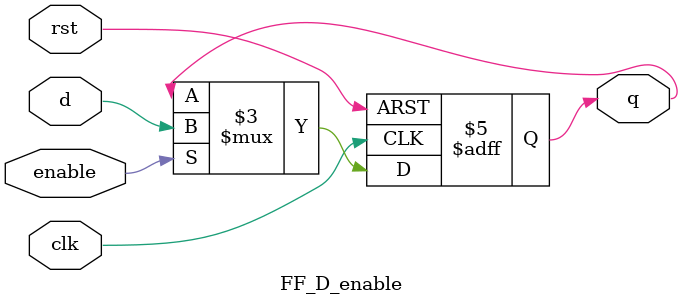
<source format=v>
module FF_D_enable(
    input clk,
    input rst,
    input enable,
    input d,
    output reg q
    );
always @(posedge rst, posedge clk) // asychronous reset
    begin
        if(rst)
            q <= 1'b0;
        else
            if(enable)
                q <= d;
            else
                q <= q;
end
endmodule

</source>
